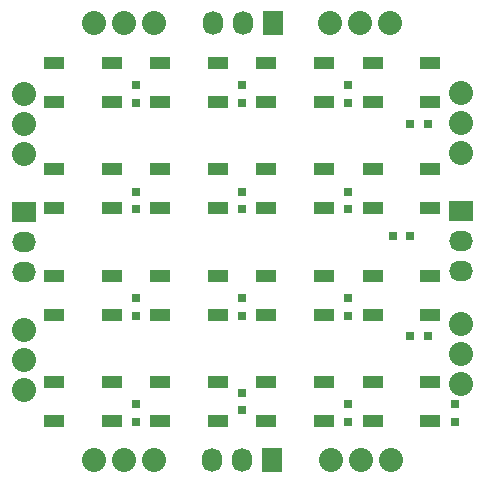
<source format=gts>
G04 #@! TF.FileFunction,Soldermask,Top*
%FSLAX46Y46*%
G04 Gerber Fmt 4.6, Leading zero omitted, Abs format (unit mm)*
G04 Created by KiCad (PCBNEW 4.0.4-stable) date Mon Sep 26 22:20:25 2016*
%MOMM*%
%LPD*%
G01*
G04 APERTURE LIST*
%ADD10C,0.100000*%
%ADD11R,1.700000X1.100000*%
%ADD12C,2.032000*%
%ADD13R,1.727200X2.032000*%
%ADD14O,1.727200X2.032000*%
%ADD15R,2.032000X1.727200*%
%ADD16O,2.032000X1.727200*%
%ADD17R,0.750000X0.800000*%
%ADD18R,0.800000X0.750000*%
G04 APERTURE END LIST*
D10*
D11*
X179450000Y-111650000D03*
X179450000Y-108350000D03*
X174550000Y-108350000D03*
X174550000Y-111650000D03*
X170450000Y-111650000D03*
X170450000Y-108350000D03*
X165550000Y-108350000D03*
X165550000Y-111650000D03*
X161450000Y-111650000D03*
X161450000Y-108350000D03*
X156550000Y-108350000D03*
X156550000Y-111650000D03*
X152450000Y-111650000D03*
X152450000Y-108350000D03*
X147550000Y-108350000D03*
X147550000Y-111650000D03*
D12*
X171000000Y-142000000D03*
X173540000Y-142000000D03*
X176080000Y-142000000D03*
D13*
X166000000Y-142000000D03*
D14*
X163460000Y-142000000D03*
X160920000Y-142000000D03*
D15*
X182000000Y-120920000D03*
D16*
X182000000Y-123460000D03*
X182000000Y-126000000D03*
D15*
X145000000Y-120960000D03*
D16*
X145000000Y-123500000D03*
X145000000Y-126040000D03*
D13*
X166080000Y-105000000D03*
D14*
X163540000Y-105000000D03*
X161000000Y-105000000D03*
D17*
X154500000Y-111750000D03*
X154500000Y-110250000D03*
D11*
X152450000Y-120650000D03*
X152450000Y-117350000D03*
X147550000Y-117350000D03*
X147550000Y-120650000D03*
X161450000Y-120650000D03*
X161450000Y-117350000D03*
X156550000Y-117350000D03*
X156550000Y-120650000D03*
X170450000Y-120650000D03*
X170450000Y-117350000D03*
X165550000Y-117350000D03*
X165550000Y-120650000D03*
X179450000Y-120650000D03*
X179450000Y-117350000D03*
X174550000Y-117350000D03*
X174550000Y-120650000D03*
X152450000Y-129650000D03*
X152450000Y-126350000D03*
X147550000Y-126350000D03*
X147550000Y-129650000D03*
X161450000Y-129650000D03*
X161450000Y-126350000D03*
X156550000Y-126350000D03*
X156550000Y-129650000D03*
X170450000Y-129650000D03*
X170450000Y-126350000D03*
X165550000Y-126350000D03*
X165550000Y-129650000D03*
X179450000Y-129650000D03*
X179450000Y-126350000D03*
X174550000Y-126350000D03*
X174550000Y-129650000D03*
X152450000Y-138650000D03*
X152450000Y-135350000D03*
X147550000Y-135350000D03*
X147550000Y-138650000D03*
X161450000Y-138650000D03*
X161450000Y-135350000D03*
X156550000Y-135350000D03*
X156550000Y-138650000D03*
X170450000Y-138650000D03*
X170450000Y-135350000D03*
X165550000Y-135350000D03*
X165550000Y-138650000D03*
X179450000Y-138650000D03*
X179450000Y-135350000D03*
X174550000Y-135350000D03*
X174550000Y-138650000D03*
D17*
X163500000Y-111750000D03*
X163500000Y-110250000D03*
X172500000Y-111750000D03*
X172500000Y-110250000D03*
X154500000Y-120750000D03*
X154500000Y-119250000D03*
X163500000Y-120750000D03*
X163500000Y-119250000D03*
X172500000Y-120750000D03*
X172500000Y-119250000D03*
D18*
X177750000Y-123000000D03*
X176250000Y-123000000D03*
D17*
X154500000Y-129750000D03*
X154500000Y-128250000D03*
X163500000Y-129750000D03*
X163500000Y-128250000D03*
X172500000Y-129750000D03*
X172500000Y-128250000D03*
D18*
X179250000Y-131500000D03*
X177750000Y-131500000D03*
D17*
X154500000Y-138750000D03*
X154500000Y-137250000D03*
X163500000Y-137750000D03*
X163500000Y-136250000D03*
X172500000Y-138750000D03*
X172500000Y-137250000D03*
X181500000Y-138750000D03*
X181500000Y-137250000D03*
D18*
X179250000Y-113500000D03*
X177750000Y-113500000D03*
D12*
X150960000Y-142000000D03*
X153500000Y-142000000D03*
X156040000Y-142000000D03*
X145000000Y-136040000D03*
X145000000Y-133500000D03*
X145000000Y-130960000D03*
X182000000Y-135540000D03*
X182000000Y-133000000D03*
X182000000Y-130460000D03*
X145000000Y-116080000D03*
X145000000Y-113540000D03*
X145000000Y-111000000D03*
X182000000Y-116000000D03*
X182000000Y-113460000D03*
X182000000Y-110920000D03*
X150960000Y-105000000D03*
X153500000Y-105000000D03*
X156040000Y-105000000D03*
X170960000Y-105000000D03*
X173500000Y-105000000D03*
X176040000Y-105000000D03*
M02*

</source>
